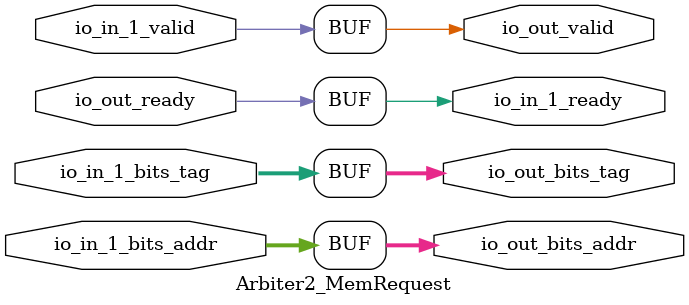
<source format=sv>
`ifndef RANDOMIZE
  `ifdef RANDOMIZE_REG_INIT
    `define RANDOMIZE
  `endif // RANDOMIZE_REG_INIT
`endif // not def RANDOMIZE
`ifndef RANDOMIZE
  `ifdef RANDOMIZE_MEM_INIT
    `define RANDOMIZE
  `endif // RANDOMIZE_MEM_INIT
`endif // not def RANDOMIZE

`ifndef RANDOM
  `define RANDOM $random
`endif // not def RANDOM

// Users can define 'PRINTF_COND' to add an extra gate to prints.
`ifndef PRINTF_COND_
  `ifdef PRINTF_COND
    `define PRINTF_COND_ (`PRINTF_COND)
  `else  // PRINTF_COND
    `define PRINTF_COND_ 1
  `endif // PRINTF_COND
`endif // not def PRINTF_COND_

// Users can define 'ASSERT_VERBOSE_COND' to add an extra gate to assert error printing.
`ifndef ASSERT_VERBOSE_COND_
  `ifdef ASSERT_VERBOSE_COND
    `define ASSERT_VERBOSE_COND_ (`ASSERT_VERBOSE_COND)
  `else  // ASSERT_VERBOSE_COND
    `define ASSERT_VERBOSE_COND_ 1
  `endif // ASSERT_VERBOSE_COND
`endif // not def ASSERT_VERBOSE_COND_

// Users can define 'STOP_COND' to add an extra gate to stop conditions.
`ifndef STOP_COND_
  `ifdef STOP_COND
    `define STOP_COND_ (`STOP_COND)
  `else  // STOP_COND
    `define STOP_COND_ 1
  `endif // STOP_COND
`endif // not def STOP_COND_

// Users can define INIT_RANDOM as general code that gets injected into the
// initializer block for modules with registers.
`ifndef INIT_RANDOM
  `define INIT_RANDOM
`endif // not def INIT_RANDOM

// If using random initialization, you can also define RANDOMIZE_DELAY to
// customize the delay used, otherwise 0.002 is used.
`ifndef RANDOMIZE_DELAY
  `define RANDOMIZE_DELAY 0.002
`endif // not def RANDOMIZE_DELAY

// Define INIT_RANDOM_PROLOG_ for use in our modules below.
`ifndef INIT_RANDOM_PROLOG_
  `ifdef RANDOMIZE
    `ifdef VERILATOR
      `define INIT_RANDOM_PROLOG_ `INIT_RANDOM
    `else  // VERILATOR
      `define INIT_RANDOM_PROLOG_ `INIT_RANDOM #`RANDOMIZE_DELAY begin end
    `endif // VERILATOR
  `else  // RANDOMIZE
    `define INIT_RANDOM_PROLOG_
  `endif // RANDOMIZE
`endif // not def INIT_RANDOM_PROLOG_

// Include register initializers in init blocks unless synthesis is set
`ifndef SYNTHESIS
  `ifndef ENABLE_INITIAL_REG_
    `define ENABLE_INITIAL_REG_
  `endif // not def ENABLE_INITIAL_REG_
`endif // not def SYNTHESIS

// Include rmemory initializers in init blocks unless synthesis is set
`ifndef SYNTHESIS
  `ifndef ENABLE_INITIAL_MEM_
    `define ENABLE_INITIAL_MEM_
  `endif // not def ENABLE_INITIAL_MEM_
`endif // not def SYNTHESIS

module Arbiter2_MemRequest(	// @[src/main/scala/chisel3/util/Arbiter.scala:133:7]
  output        io_in_1_ready,	// @[src/main/scala/chisel3/util/Arbiter.scala:140:14]
  input         io_in_1_valid,	// @[src/main/scala/chisel3/util/Arbiter.scala:140:14]
  input  [39:0] io_in_1_bits_addr,	// @[src/main/scala/chisel3/util/Arbiter.scala:140:14]
  input  [3:0]  io_in_1_bits_tag,	// @[src/main/scala/chisel3/util/Arbiter.scala:140:14]
  input         io_out_ready,	// @[src/main/scala/chisel3/util/Arbiter.scala:140:14]
  output        io_out_valid,	// @[src/main/scala/chisel3/util/Arbiter.scala:140:14]
  output [39:0] io_out_bits_addr,	// @[src/main/scala/chisel3/util/Arbiter.scala:140:14]
  output [3:0]  io_out_bits_tag	// @[src/main/scala/chisel3/util/Arbiter.scala:140:14]
);

  assign io_in_1_ready = io_out_ready;	// @[src/main/scala/chisel3/util/Arbiter.scala:133:7]
  assign io_out_valid = io_in_1_valid;	// @[src/main/scala/chisel3/util/Arbiter.scala:133:7]
  assign io_out_bits_addr = io_in_1_bits_addr;	// @[src/main/scala/chisel3/util/Arbiter.scala:133:7]
  assign io_out_bits_tag = io_in_1_bits_tag;	// @[src/main/scala/chisel3/util/Arbiter.scala:133:7]
endmodule


</source>
